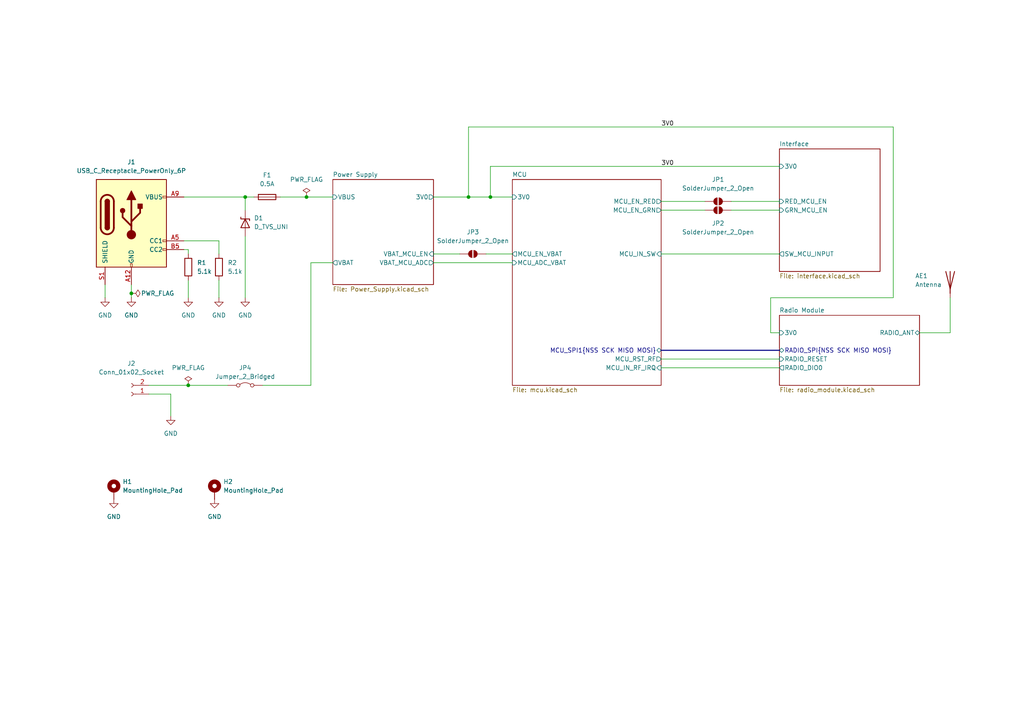
<source format=kicad_sch>
(kicad_sch (version 20231120) (generator "eeschema") (generator_version "8.0")
  (paper "A4")
  (title_block (title "Light Doorbell") (date "2024-10-21") (rev "V1.0") (company "Aalto ELEC-E8745") (comment 1 "Esteban CADIC"))
  (lib_symbols
    (symbol "PRJ_SYMBOLS:Antenna" (pin_numbers hide) (pin_names (offset 1.016) hide)
      (property "Reference" "AE" (at -1.905 1.905 0))
      (property "Value" "Antenna" (at -1.905 0 0))
      (symbol "Antenna_0_1"
        (polyline (pts (xy 0 2.54) (xy 0 -3.81)) (stroke (width 0.254)))
        (polyline (pts (xy 1.27 2.54) (xy 0 -2.54) (xy -1.27 2.54)) (stroke (width 0.254)))
      )
      (symbol "Antenna_1_1"
        (pin input line (at 0 -5.08 90) (length 2.54) (name "A") (number "1"))
      )
    )
    (symbol "PRJ_SYMBOLS:Conn_01x02_Socket" (pin_names (offset 1.016) hide)
      (property "Reference" "J" (at 0 2.54 0))
      (property "Value" "Conn_01x02_Socket" (at 0 -5.08 0))
      (symbol "Conn_01x02_Socket_1_1"
        (arc (start 0 -2.032) (mid -0.5058 -2.54) (end 0 -3.048) (stroke (width 0.1524)))
        (polyline (pts (xy -1.27 -2.54) (xy -0.508 -2.54)) (stroke (width 0.1524)))
        (polyline (pts (xy -1.27 0) (xy -0.508 0)) (stroke (width 0.1524)))
        (arc (start 0 0.508) (mid -0.5058 0) (end 0 -0.508) (stroke (width 0.1524)))
        (pin passive line (at -5.08 0 0) (length 3.81) (name "Pin_1") (number "1"))
        (pin passive line (at -5.08 -2.54 0) (length 3.81) (name "Pin_2") (number "2"))
      )
    )
    (symbol "PRJ_SYMBOLS:D_TVS_UNI" (pin_numbers hide) (pin_names (offset 1.016) hide)
      (property "Reference" "D" (at 0 2.54 0))
      (property "Value" "D_TVS_UNI" (at 0.254 -2.54 0))
      (symbol "D_TVS_UNI_0_1"
        (polyline (pts (xy 1.27 0) (xy -1.27 0)))
        (polyline (pts (xy -0.762 1.27) (xy -1.27 1.27) (xy -1.27 -1.27) (xy -1.778 -1.27)) (stroke (width 0.254)))
        (polyline (pts (xy -1.27 0) (xy -1.27 0) (xy 1.27 1.27) (xy 1.27 -1.27) (xy -1.27 0)) (stroke (width 0.254)))
      )
      (symbol "D_TVS_UNI_1_1"
        (pin passive line (at -3.81 0 0) (length 2.54) (name "A1") (number "1"))
        (pin passive line (at 3.81 0 180) (length 2.54) (name "A2") (number "2"))
      )
    )
    (symbol "PRJ_SYMBOLS:Fuse" (pin_numbers hide) (pin_names (offset 0))
      (property "Reference" "F" (at 2.032 0 90))
      (property "Value" "Fuse" (at -1.905 0 90))
      (symbol "Fuse_0_1"
        (rectangle (start -0.762 -2.54) (end 0.762 2.54) (stroke (width 0.254)))
        (polyline (pts (xy 0 2.54) (xy 0 -2.54)))
      )
      (symbol "Fuse_1_1"
        (pin passive line (at 0 3.81 270) (length 1.27) (name "~") (number "1"))
        (pin passive line (at 0 -3.81 90) (length 1.27) (name "~") (number "2"))
      )
    )
    (symbol "PRJ_SYMBOLS:GND" (power) (pin_numbers hide) (pin_names (offset 0) hide)
      (property "Value" "GND" (at 0 -3.81 0))
      (symbol "GND_0_1"
        (polyline (pts (xy 0 0) (xy 0 -1.27) (xy 1.27 -1.27) (xy 0 -2.54) (xy -1.27 -1.27) (xy 0 -1.27)))
      )
      (symbol "GND_1_1"
        (pin power_in line (at 0 0 270) (length 0) (name "~") (number "1"))
      )
    )
    (symbol "PRJ_SYMBOLS:Jumper_2_Bridged" (pin_numbers hide) (pin_names (offset 0) hide) (exclude_from_sim yes)
      (property "Reference" "JP" (at 0 1.905 0))
      (property "Value" "Jumper_2_Bridged" (at 0 -2.54 0))
      (symbol "Jumper_2_Bridged_0_0"
        (circle (center -2.032 0) (radius 0.508))
        (circle (center 2.032 0) (radius 0.508))
      )
      (symbol "Jumper_2_Bridged_0_1"
        (arc (start 1.524 0.254) (mid 0 0.762) (end -1.524 0.254))
      )
      (symbol "Jumper_2_Bridged_1_1"
        (pin passive line (at -5.08 0 0) (length 2.54) (name "A") (number "1"))
        (pin passive line (at 5.08 0 180) (length 2.54) (name "B") (number "2"))
      )
    )
    (symbol "PRJ_SYMBOLS:MountingHole_Pad" (pin_numbers hide) (pin_names (offset 1.016) hide) (exclude_from_sim yes) (in_bom no)
      (property "Reference" "H" (at 0 6.35 0))
      (property "Value" "MountingHole_Pad" (at 0 4.445 0))
      (symbol "MountingHole_Pad_0_1"
        (circle (center 0 1.27) (radius 1.27) (stroke (width 1.27)))
      )
      (symbol "MountingHole_Pad_1_1"
        (pin input line (at 0 -2.54 90) (length 2.54) (name "1") (number "1"))
      )
    )
    (symbol "PRJ_SYMBOLS:PWR_FLAG" (power) (pin_numbers hide) (pin_names (offset 0) hide)
      (property "Value" "PWR_FLAG" (at 0 3.81 0))
      (symbol "PWR_FLAG_0_0"
        (pin power_out line (at 0 0 90) (length 0) (name "~") (number "1"))
      )
      (symbol "PWR_FLAG_0_1"
        (polyline (pts (xy 0 0) (xy 0 1.27) (xy -1.016 1.905) (xy 0 2.54) (xy 1.016 1.905) (xy 0 1.27)))
      )
    )
    (symbol "PRJ_SYMBOLS:R" (pin_numbers hide) (pin_names (offset 0))
      (property "Reference" "R" (at 2.032 0 90))
      (property "Value" "R" (at 0 0 90))
      (symbol "R_0_1"
        (rectangle (start -1.016 -2.54) (end 1.016 2.54) (stroke (width 0.254)))
      )
      (symbol "R_1_1"
        (pin passive line (at 0 3.81 270) (length 1.27) (name "~") (number "1"))
        (pin passive line (at 0 -3.81 90) (length 1.27) (name "~") (number "2"))
      )
    )
    (symbol "PRJ_SYMBOLS:SolderJumper_2_Open" (pin_numbers hide) (pin_names (offset 0) hide) (exclude_from_sim yes) (in_bom no)
      (property "Reference" "JP" (at 0 2.032 0))
      (property "Value" "SolderJumper_2_Open" (at 0 -2.54 0))
      (symbol "SolderJumper_2_Open_0_1"
        (arc (start -0.254 1.016) (mid -1.2656 0) (end -0.254 -1.016))
        (arc (start -0.254 1.016) (mid -1.2656 0) (end -0.254 -1.016) (fill (type outline)))
        (polyline (pts (xy -0.254 1.016) (xy -0.254 -1.016)))
        (polyline (pts (xy 0.254 1.016) (xy 0.254 -1.016)))
        (arc (start 0.254 -1.016) (mid 1.2656 0) (end 0.254 1.016))
        (arc (start 0.254 -1.016) (mid 1.2656 0) (end 0.254 1.016) (fill (type outline)))
      )
      (symbol "SolderJumper_2_Open_1_1"
        (pin passive line (at -3.81 0 0) (length 2.54) (name "A") (number "1"))
        (pin passive line (at 3.81 0 180) (length 2.54) (name "B") (number "2"))
      )
    )
    (symbol "PRJ_SYMBOLS:USB_C_Receptacle_PowerOnly_6P" (pin_names (offset 1.016))
      (property "Reference" "J" (at 0 16.51 0))
      (property "Value" "USB_C_Receptacle_PowerOnly_6P" (at 0 13.97 0))
      (symbol "USB_C_Receptacle_PowerOnly_6P_0_0"
        (rectangle (start -0.254 -12.7) (end 0.254 -11.684))
        (rectangle (start 10.16 -7.366) (end 9.144 -7.874))
        (rectangle (start 10.16 -4.826) (end 9.144 -5.334))
        (rectangle (start 10.16 7.874) (end 9.144 7.366))
      )
      (symbol "USB_C_Receptacle_PowerOnly_6P_0_1"
        (rectangle (start -10.16 12.7) (end 10.16 -12.7) (stroke (width 0.254)) (fill (type background)))
        (arc (start -8.89 -1.27) (mid -6.985 -3.1667) (end -5.08 -1.27) (stroke (width 0.508)))
        (arc (start -7.62 -1.27) (mid -6.985 -1.9023) (end -6.35 -1.27) (stroke (width 0.254)))
        (arc (start -7.62 -1.27) (mid -6.985 -1.9023) (end -6.35 -1.27) (stroke (width 0.254)) (fill (type outline)))
        (rectangle (start -7.62 -1.27) (end -6.35 6.35) (stroke (width 0.254)) (fill (type outline)))
        (arc (start -6.35 6.35) (mid -6.985 6.9823) (end -7.62 6.35) (stroke (width 0.254)))
        (arc (start -6.35 6.35) (mid -6.985 6.9823) (end -7.62 6.35) (stroke (width 0.254)) (fill (type outline)))
        (arc (start -5.08 6.35) (mid -6.985 8.2467) (end -8.89 6.35) (stroke (width 0.508)))
        (circle (center -2.54 3.683) (radius 0.635) (stroke (width 0.254)) (fill (type outline)))
        (circle (center 0 -3.302) (radius 1.27) (fill (type outline)))
        (polyline (pts (xy -8.89 -1.27) (xy -8.89 6.35)) (stroke (width 0.508)))
        (polyline (pts (xy -5.08 6.35) (xy -5.08 -1.27)) (stroke (width 0.508)))
        (polyline (pts (xy 0 -3.302) (xy 0 6.858)) (stroke (width 0.508)))
        (polyline (pts (xy 0 -0.762) (xy -2.54 1.778) (xy -2.54 3.048)) (stroke (width 0.508)))
        (polyline (pts (xy 0 0.508) (xy 2.54 3.048) (xy 2.54 4.318)) (stroke (width 0.508)))
        (polyline (pts (xy -1.27 6.858) (xy 0 9.398) (xy 1.27 6.858) (xy -1.27 6.858)) (stroke (width 0.254)) (fill (type outline)))
        (rectangle (start 1.905 4.318) (end 3.175 5.588) (stroke (width 0.254)) (fill (type outline)))
      )
      (symbol "USB_C_Receptacle_PowerOnly_6P_1_1"
        (pin passive line (at 0 -17.78 90) (length 5.08) (name "GND") (number "A12"))
        (pin bidirectional line (at 15.24 -5.08 180) (length 5.08) (name "CC1") (number "A5"))
        (pin passive line (at 15.24 7.62 180) (length 5.08) (name "VBUS") (number "A9"))
        (pin passive line (at 0 -17.78 90) (length 5.08) hide (name "GND") (number "B12"))
        (pin bidirectional line (at 15.24 -7.62 180) (length 5.08) (name "CC2") (number "B5"))
        (pin passive line (at 15.24 7.62 180) (length 5.08) hide (name "VBUS") (number "B9"))
        (pin passive line (at -7.62 -17.78 90) (length 5.08) (name "SHIELD") (number "S1"))
      )
    )
  )
  (junction (at 142.24 57.15))
  (junction (at 135.89 57.15))
  (junction (at 88.9 57.15))
  (junction (at 71.12 57.15))
  (junction (at 54.61 111.76))
  (junction (at 38.1 85.09))
  (wire (pts (xy 90.17 76.2) (xy 96.52 76.2)))
  (wire (pts (xy 142.24 57.15) (xy 148.59 57.15)))
  (wire (pts (xy 54.61 73.66) (xy 54.61 72.39)))
  (wire (pts (xy 88.9 57.15) (xy 96.52 57.15)))
  (wire (pts (xy 135.89 57.15) (xy 142.24 57.15)))
  (wire (pts (xy 191.77 73.66) (xy 226.06 73.66)))
  (wire (pts (xy 38.1 85.09) (xy 38.1 86.36)))
  (wire (pts (xy 63.5 81.28) (xy 63.5 86.36)))
  (wire (pts (xy 125.73 76.2) (xy 148.59 76.2)))
  (wire (pts (xy 259.08 86.36) (xy 259.08 36.83)))
  (wire (pts (xy 53.34 57.15) (xy 71.12 57.15)))
  (wire (pts (xy 71.12 57.15) (xy 71.12 60.96)))
  (wire (pts (xy 191.77 60.96) (xy 204.47 60.96)))
  (wire (pts (xy 223.52 86.36) (xy 259.08 86.36)))
  (wire (pts (xy 226.06 96.52) (xy 223.52 96.52)))
  (wire (pts (xy 212.09 58.42) (xy 226.06 58.42)))
  (wire (pts (xy 266.7 96.52) (xy 275.59 96.52)))
  (wire (pts (xy 54.61 81.28) (xy 54.61 86.36)))
  (wire (pts (xy 71.12 57.15) (xy 73.66 57.15)))
  (wire (pts (xy 259.08 36.83) (xy 135.89 36.83)))
  (wire (pts (xy 125.73 57.15) (xy 135.89 57.15)))
  (wire (pts (xy 142.24 48.26) (xy 226.06 48.26)))
  (wire (pts (xy 125.73 73.66) (xy 133.35 73.66)))
  (wire (pts (xy 81.28 57.15) (xy 88.9 57.15)))
  (wire (pts (xy 191.77 106.68) (xy 226.06 106.68)))
  (wire (pts (xy 135.89 36.83) (xy 135.89 57.15)))
  (wire (pts (xy 43.18 114.3) (xy 49.53 114.3)))
  (wire (pts (xy 63.5 69.85) (xy 53.34 69.85)))
  (wire (pts (xy 38.1 82.55) (xy 38.1 85.09)))
  (wire (pts (xy 71.12 68.58) (xy 71.12 86.36)))
  (wire (pts (xy 191.77 58.42) (xy 204.47 58.42)))
  (wire (pts (xy 30.48 82.55) (xy 30.48 86.36)))
  (wire (pts (xy 275.59 96.52) (xy 275.59 86.36)))
  (wire (pts (xy 212.09 60.96) (xy 226.06 60.96)))
  (wire (pts (xy 43.18 111.76) (xy 54.61 111.76)))
  (wire (pts (xy 49.53 114.3) (xy 49.53 120.65)))
  (wire (pts (xy 140.97 73.66) (xy 148.59 73.66)))
  (wire (pts (xy 54.61 111.76) (xy 66.04 111.76)))
  (wire (pts (xy 223.52 96.52) (xy 223.52 86.36)))
  (wire (pts (xy 76.2 111.76) (xy 90.17 111.76)))
  (wire (pts (xy 191.77 104.14) (xy 226.06 104.14)))
  (wire (pts (xy 63.5 73.66) (xy 63.5 69.85)))
  (wire (pts (xy 90.17 111.76) (xy 90.17 76.2)))
  (wire (pts (xy 54.61 72.39) (xy 53.34 72.39)))
  (wire (pts (xy 142.24 48.26) (xy 142.24 57.15)))
  (bus (pts (xy 191.77 101.6) (xy 226.06 101.6)))
  (label "3V0" (at 191.77 48.26 0))
  (label "3V0" (at 191.77 36.83 0))
  (symbol (lib_id "PRJ_SYMBOLS:Conn_01x02_Socket") (at 38.1 114.3 180) (unit 1)
    (property "Reference" "J2" (at 38.1 105.41 0))
    (property "Value" "Conn_01x02_Socket" (at 38.1 107.95 0))
    (property "Footprint" "PRJ_FOOTPRINTS:PinHeader_1x02_P2.54mm_Vertical" (effects (hide yes)))
    (property "Description" "Generic connector, single row, 01x02, script generated" (effects (hide yes)))
    (property "LCSC" "C131337" (effects (hide yes)))
  )
  (symbol (lib_id "PRJ_SYMBOLS:PWR_FLAG") (at 38.1 85.09 270) (unit 1)
    (property "Reference" "#FLG02" (effects (hide yes)))
    (property "Value" "PWR_FLAG" (at 45.72 85.09 90))
    (property "Description" "Special symbol for telling ERC where power comes from" (effects (hide yes)))
  )
  (symbol (lib_id "PRJ_SYMBOLS:GND") (at 49.53 120.65 0) (unit 1)
    (property "Reference" "#PWR06" (effects (hide yes)))
    (property "Value" "GND" (at 49.53 125.73 0))
    (property "Description" "Power symbol creates a global label with name \"GND\" , ground" (effects (hide yes)))
  )
  (symbol (lib_id "PRJ_SYMBOLS:SolderJumper_2_Open") (at 208.28 60.96 0) (unit 1) (exclude_from_sim yes) (in_bom no)
    (property "Reference" "JP2" (at 208.28 64.77 0))
    (property "Value" "SolderJumper_2_Open" (at 208.28 67.31 0))
    (property "Footprint" "PRJ_FOOTPRINTS:SolderJumper-2_P1.3mm_Open_RoundedPad1.0x1.5mm" (effects (hide yes)))
    (property "Description" "Solder Jumper, 2-pole, open" (effects (hide yes)))
  )
  (symbol (lib_id "PRJ_SYMBOLS:PWR_FLAG") (at 88.9 57.15 0) (unit 1)
    (property "Reference" "#FLG01" (effects (hide yes)))
    (property "Value" "PWR_FLAG" (at 88.9 52.07 0))
    (property "Description" "Special symbol for telling ERC where power comes from" (effects (hide yes)))
  )
  (symbol (lib_id "PRJ_SYMBOLS:MountingHole_Pad") (at 62.23 142.24 0) (unit 1) (exclude_from_sim yes) (in_bom no)
    (property "Reference" "H2" (at 64.77 139.6999 0) (effects (justify left)))
    (property "Value" "MountingHole_Pad" (at 64.77 142.2399 0) (effects (justify left)))
    (property "Footprint" "PRJ_FOOTPRINTS:MountingHole_2.2mm_M2_Pad" (effects (hide yes)))
    (property "Description" "Mounting Hole with connection" (effects (hide yes)))
  )
  (symbol (lib_id "PRJ_SYMBOLS:SolderJumper_2_Open") (at 137.16 73.66 0) (unit 1) (exclude_from_sim yes) (in_bom no)
    (property "Reference" "JP3" (at 137.16 67.31 0))
    (property "Value" "SolderJumper_2_Open" (at 137.16 69.85 0))
    (property "Footprint" "PRJ_FOOTPRINTS:SolderJumper-2_P1.3mm_Open_RoundedPad1.0x1.5mm" (effects (hide yes)))
    (property "Description" "Solder Jumper, 2-pole, open" (effects (hide yes)))
  )
  (symbol (lib_id "PRJ_SYMBOLS:SolderJumper_2_Open") (at 208.28 58.42 0) (unit 1) (exclude_from_sim yes) (in_bom no)
    (property "Reference" "JP1" (at 208.28 52.07 0))
    (property "Value" "SolderJumper_2_Open" (at 208.28 54.61 0))
    (property "Footprint" "PRJ_FOOTPRINTS:SolderJumper-2_P1.3mm_Open_RoundedPad1.0x1.5mm" (effects (hide yes)))
    (property "Description" "Solder Jumper, 2-pole, open" (effects (hide yes)))
  )
  (symbol (lib_id "PRJ_SYMBOLS:R") (at 54.61 77.47 0) (unit 1)
    (property "Reference" "R1" (at 57.15 76.1999 0) (effects (justify left)))
    (property "Value" "5.1k" (at 57.15 78.7399 0) (effects (justify left)))
    (property "Footprint" "PRJ_FOOTPRINTS:R_0805_2012Metric_Pad1.20x1.40mm_HandSolder" (effects (hide yes)))
    (property "Description" "Resistor" (effects (hide yes)))
    (property "LCSC" "C2930296" (effects (hide yes)))
  )
  (symbol (lib_id "PRJ_SYMBOLS:R") (at 63.5 77.47 0) (unit 1)
    (property "Reference" "R2" (at 66.04 76.1999 0) (effects (justify left)))
    (property "Value" "5.1k" (at 66.04 78.7399 0) (effects (justify left)))
    (property "Footprint" "PRJ_FOOTPRINTS:R_0805_2012Metric_Pad1.20x1.40mm_HandSolder" (effects (hide yes)))
    (property "Description" "Resistor" (effects (hide yes)))
    (property "LCSC" "C2930296" (effects (hide yes)))
  )
  (symbol (lib_id "PRJ_SYMBOLS:GND") (at 38.1 86.36 0) (unit 1)
    (property "Reference" "#PWR02" (effects (hide yes)))
    (property "Value" "GND" (at 38.1 91.44 0))
    (property "Description" "Power symbol creates a global label with name \"GND\" , ground" (effects (hide yes)))
  )
  (symbol (lib_id "PRJ_SYMBOLS:GND") (at 71.12 86.36 0) (unit 1)
    (property "Reference" "#PWR05" (effects (hide yes)))
    (property "Value" "GND" (at 71.12 91.44 0))
    (property "Description" "Power symbol creates a global label with name \"GND\" , ground" (effects (hide yes)))
  )
  (symbol (lib_id "PRJ_SYMBOLS:Jumper_2_Bridged") (at 71.12 111.76 0) (unit 1) (exclude_from_sim yes)
    (property "Reference" "JP4" (at 71.12 106.68 0))
    (property "Value" "Jumper_2_Bridged" (at 71.12 109.22 0))
    (property "Footprint" "PRJ_FOOTPRINTS:PinHeader_1x02_P2.54mm_Vertical" (effects (hide yes)))
    (property "Description" "Jumper, 2-pole, closed/bridged" (effects (hide yes)))
  )
  (symbol (lib_id "PRJ_SYMBOLS:GND") (at 30.48 86.36 0) (unit 1)
    (property "Reference" "#PWR01" (effects (hide yes)))
    (property "Value" "GND" (at 30.48 91.44 0))
    (property "Description" "Power symbol creates a global label with name \"GND\" , ground" (effects (hide yes)))
  )
  (symbol (lib_id "PRJ_SYMBOLS:GND") (at 54.61 86.36 0) (unit 1)
    (property "Reference" "#PWR03" (effects (hide yes)))
    (property "Value" "GND" (at 54.61 91.44 0))
    (property "Description" "Power symbol creates a global label with name \"GND\" , ground" (effects (hide yes)))
  )
  (symbol (lib_id "PRJ_SYMBOLS:D_TVS_UNI") (at 71.12 64.77 270) (unit 1)
    (property "Reference" "D1" (at 73.66 63.2459 90) (effects (justify left)))
    (property "Value" "D_TVS_UNI" (at 73.66 65.7859 90) (effects (justify left)))
    (property "Footprint" "PRJ_FOOTPRINTS:D_SOD-323_HandSoldering" (effects (hide yes)))
    (property "Datasheet" "https://assets.nexperia.com/documents/data-sheet/PESD5V0U1UA.pdf" (effects (hide yes)))
    (property "Description" "Uni ESD protection PESD5V0U1UA,115, 6.8V Vbr, IEC61000−4−2 Level 4" (effects (hide yes)))
    (property "LCSC" "C552583" (effects (hide yes)))
  )
  (symbol (lib_id "PRJ_SYMBOLS:GND") (at 63.5 86.36 0) (unit 1)
    (property "Reference" "#PWR04" (effects (hide yes)))
    (property "Value" "GND" (at 63.5 91.44 0))
    (property "Description" "Power symbol creates a global label with name \"GND\" , ground" (effects (hide yes)))
  )
  (symbol (lib_id "PRJ_SYMBOLS:Fuse") (at 77.47 57.15 90) (unit 1)
    (property "Reference" "F1" (at 77.47 50.8 90))
    (property "Value" "0.5A" (at 77.47 53.34 90))
    (property "Footprint" "PRJ_FOOTPRINTS:Fuse_0805_2012Metric_Pad1.15x1.40mm_HandSolder" (effects (hide yes)))
    (property "Datasheet" "https://www.lcsc.com/datasheet/lcsc_datasheet_2109071730_KUU-K0805L050BR_C2892412.pdf" (effects (hide yes)))
    (property "Description" "Fuse 0.5A, KUU K0805L050BR, 0805" (effects (hide yes)))
    (property "LCSC" "C2892412" (effects (hide yes)))
  )
  (symbol (lib_id "PRJ_SYMBOLS:USB_C_Receptacle_PowerOnly_6P") (at 38.1 64.77 0) (unit 1)
    (property "Reference" "J1" (at 38.1 46.99 0))
    (property "Value" "USB_C_Receptacle_PowerOnly_6P" (at 38.1 49.53 0))
    (property "Footprint" "PRJ_FOOTPRINTS:USB_C_Receptacle_GCT_USB4125-xx-x_6P_TopMnt_Horizontal" (effects (hide yes)))
    (property "Datasheet" "https://www.lcsc.com/datasheet/lcsc_datasheet_2006181823_SHOU-HAN-TYPE-C-6P-073_C668623.pdf" (effects (hide yes)))
    (property "Description" "USB Power-Only 6P Type-C Receptacle connector" (effects (hide yes)))
    (property "LCSC" "C668623" (effects (hide yes)))
  )
  (symbol (lib_id "PRJ_SYMBOLS:PWR_FLAG") (at 54.61 111.76 0) (unit 1)
    (property "Reference" "#FLG03" (effects (hide yes)))
    (property "Value" "PWR_FLAG" (at 54.61 106.68 0))
    (property "Description" "Special symbol for telling ERC where power comes from" (effects (hide yes)))
  )
  (symbol (lib_id "PRJ_SYMBOLS:MountingHole_Pad") (at 33.02 142.24 0) (unit 1) (exclude_from_sim yes) (in_bom no)
    (property "Reference" "H1" (at 35.56 139.6999 0) (effects (justify left)))
    (property "Value" "MountingHole_Pad" (at 35.56 142.2399 0) (effects (justify left)))
    (property "Footprint" "PRJ_FOOTPRINTS:MountingHole_2.2mm_M2_Pad" (effects (hide yes)))
    (property "Description" "Mounting Hole with connection" (effects (hide yes)))
  )
  (symbol (lib_id "PRJ_SYMBOLS:Antenna") (at 275.59 81.28 0) (unit 1)
    (property "Reference" "AE1" (at 265.43 80.01 0) (effects (justify left)))
    (property "Value" "Antenna" (at 265.43 82.55 0) (effects (justify left)))
    (property "Footprint" "PRJ_FOOTPRINTS:THTPad_D2.0mm_Drill1.0mm" (effects (hide yes)))
    (property "Description" "Spring Antenna 433 MHz" (effects (hide yes)))
    (property "LCSC" "C718844" (effects (hide yes)))
  )
  (symbol (lib_id "PRJ_SYMBOLS:GND") (at 33.02 144.78 0) (unit 1)
    (property "Reference" "#PWR033" (effects (hide yes)))
    (property "Value" "GND" (at 33.02 149.86 0))
    (property "Description" "Power symbol creates a global label with name \"GND\" , ground" (effects (hide yes)))
  )
  (symbol (lib_id "PRJ_SYMBOLS:GND") (at 62.23 144.78 0) (unit 1)
    (property "Reference" "#PWR034" (effects (hide yes)))
    (property "Value" "GND" (at 62.23 149.86 0))
    (property "Description" "Power symbol creates a global label with name \"GND\" , ground" (effects (hide yes)))
  )
  (sheet (at 226.06 91.44) (size 40.64 20.32) (stroke (width 0.1524))
    (property "Sheetname" "Radio Module" (at 226.06 90.7284 0) (effects (justify left bottom)))
    (property "Sheetfile" "radio_module.kicad_sch" (at 226.06 112.3446 0) (effects (justify left top)))
    (pin "RADIO_RESET" input (at 226.06 104.14 180))
    (pin "RADIO_ANT" bidirectional (at 266.7 96.52 0))
    (pin "3V0" input (at 226.06 96.52 180))
    (pin "RADIO_DIO0" output (at 226.06 106.68 180))
    (pin "RADIO_SPI{NSS SCK MISO MOSI}" bidirectional (at 226.06 101.6 180))
  )
  (sheet (at 148.59 52.07) (size 43.18 59.69) (stroke (width 0.1524))
    (property "Sheetname" "MCU" (at 148.59 51.3584 0) (effects (justify left bottom)))
    (property "Sheetfile" "mcu.kicad_sch" (at 148.59 112.3446 0) (effects (justify left top)))
    (pin "3V0" input (at 148.59 57.15 180))
    (pin "MCU_EN_VBAT" output (at 148.59 73.66 180))
    (pin "MCU_ADC_VBAT" input (at 148.59 76.2 180))
    (pin "MCU_SPI1{NSS SCK MISO MOSI}" bidirectional (at 191.77 101.6 0))
    (pin "MCU_EN_GRN" output (at 191.77 60.96 0))
    (pin "MCU_EN_RED" output (at 191.77 58.42 0))
    (pin "MCU_RST_RF" output (at 191.77 104.14 0))
    (pin "MCU_IN_RF_IRQ" input (at 191.77 106.68 0))
    (pin "MCU_IN_SW" input (at 191.77 73.66 0))
  )
  (sheet (at 96.52 52.07) (size 29.21 30.48) (stroke (width 0.1524))
    (property "Sheetname" "Power Supply" (at 96.52 51.3584 0) (effects (justify left bottom)))
    (property "Sheetfile" "Power_Supply.kicad_sch" (at 96.52 83.1346 0) (effects (justify left top)))
    (pin "3V0" output (at 125.73 57.15 0))
    (pin "VBUS" input (at 96.52 57.15 180))
    (pin "VBAT" output (at 96.52 76.2 180))
    (pin "VBAT_MCU_ADC" output (at 125.73 76.2 0))
    (pin "VBAT_MCU_EN" input (at 125.73 73.66 0))
  )
  (sheet (at 226.06 43.18) (size 29.21 35.56) (stroke (width 0.1524))
    (property "Sheetname" "Interface" (at 226.06 42.4684 0) (effects (justify left bottom)))
    (property "Sheetfile" "interface.kicad_sch" (at 226.06 79.3246 0) (effects (justify left top)))
    (pin "3V0" input (at 226.06 48.26 180))
    (pin "RED_MCU_EN" input (at 226.06 58.42 180))
    (pin "GRN_MCU_EN" input (at 226.06 60.96 180))
    (pin "SW_MCU_INPUT" output (at 226.06 73.66 180))
  )
)
</source>
